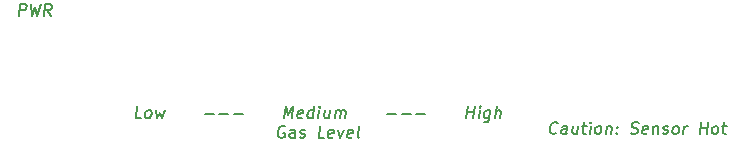
<source format=gto>
G04 #@! TF.GenerationSoftware,KiCad,Pcbnew,5.0.0-rc2*
G04 #@! TF.CreationDate,2019-06-05T02:52:42-04:00*
G04 #@! TF.ProjectId,panelfront,70616E656C66726F6E742E6B69636164,rev?*
G04 #@! TF.SameCoordinates,Original*
G04 #@! TF.FileFunction,Legend,Top*
G04 #@! TF.FilePolarity,Positive*
%FSLAX46Y46*%
G04 Gerber Fmt 4.6, Leading zero omitted, Abs format (unit mm)*
G04 Created by KiCad (PCBNEW 5.0.0-rc2) date Wed Jun  5 02:52:42 2019*
%MOMM*%
%LPD*%
G01*
G04 APERTURE LIST*
%ADD10C,0.152400*%
G04 APERTURE END LIST*
D10*
X72947438Y-93126180D02*
X72471248Y-93126180D01*
X72596248Y-92126180D01*
X73423629Y-93126180D02*
X73334343Y-93078561D01*
X73292677Y-93030942D01*
X73256962Y-92935704D01*
X73292677Y-92649990D01*
X73352200Y-92554752D01*
X73405772Y-92507133D01*
X73506962Y-92459514D01*
X73649819Y-92459514D01*
X73739105Y-92507133D01*
X73780772Y-92554752D01*
X73816486Y-92649990D01*
X73780772Y-92935704D01*
X73721248Y-93030942D01*
X73667677Y-93078561D01*
X73566486Y-93126180D01*
X73423629Y-93126180D01*
X74173629Y-92459514D02*
X74280772Y-93126180D01*
X74530772Y-92649990D01*
X74661724Y-93126180D01*
X74935534Y-92459514D01*
X78328391Y-92745228D02*
X79090296Y-92745228D01*
X79566486Y-92745228D02*
X80328391Y-92745228D01*
X80804581Y-92745228D02*
X81566486Y-92745228D01*
X85042677Y-93126180D02*
X85167677Y-92126180D01*
X85411724Y-92840466D01*
X85834343Y-92126180D01*
X85709343Y-93126180D01*
X86572438Y-93078561D02*
X86471248Y-93126180D01*
X86280772Y-93126180D01*
X86191486Y-93078561D01*
X86155772Y-92983323D01*
X86203391Y-92602371D01*
X86262915Y-92507133D01*
X86364105Y-92459514D01*
X86554581Y-92459514D01*
X86643867Y-92507133D01*
X86679581Y-92602371D01*
X86667677Y-92697609D01*
X86179581Y-92792847D01*
X87471248Y-93126180D02*
X87596248Y-92126180D01*
X87477200Y-93078561D02*
X87376010Y-93126180D01*
X87185534Y-93126180D01*
X87096248Y-93078561D01*
X87054581Y-93030942D01*
X87018867Y-92935704D01*
X87054581Y-92649990D01*
X87114105Y-92554752D01*
X87167677Y-92507133D01*
X87268867Y-92459514D01*
X87459343Y-92459514D01*
X87548629Y-92507133D01*
X87947438Y-93126180D02*
X88030772Y-92459514D01*
X88072438Y-92126180D02*
X88018867Y-92173800D01*
X88060534Y-92221419D01*
X88114105Y-92173800D01*
X88072438Y-92126180D01*
X88060534Y-92221419D01*
X88935534Y-92459514D02*
X88852200Y-93126180D01*
X88506962Y-92459514D02*
X88441486Y-92983323D01*
X88477200Y-93078561D01*
X88566486Y-93126180D01*
X88709343Y-93126180D01*
X88810534Y-93078561D01*
X88864105Y-93030942D01*
X89328391Y-93126180D02*
X89411724Y-92459514D01*
X89399819Y-92554752D02*
X89453391Y-92507133D01*
X89554581Y-92459514D01*
X89697438Y-92459514D01*
X89786724Y-92507133D01*
X89822438Y-92602371D01*
X89756962Y-93126180D01*
X89822438Y-92602371D02*
X89881962Y-92507133D01*
X89983153Y-92459514D01*
X90126010Y-92459514D01*
X90215296Y-92507133D01*
X90251010Y-92602371D01*
X90185534Y-93126180D01*
X93756962Y-92745228D02*
X94518867Y-92745228D01*
X94995057Y-92745228D02*
X95756962Y-92745228D01*
X96233153Y-92745228D02*
X96995057Y-92745228D01*
X100471248Y-93126180D02*
X100596248Y-92126180D01*
X100536724Y-92602371D02*
X101108153Y-92602371D01*
X101042677Y-93126180D02*
X101167677Y-92126180D01*
X101518867Y-93126180D02*
X101602200Y-92459514D01*
X101643867Y-92126180D02*
X101590296Y-92173800D01*
X101631962Y-92221419D01*
X101685534Y-92173800D01*
X101643867Y-92126180D01*
X101631962Y-92221419D01*
X102506962Y-92459514D02*
X102405772Y-93269038D01*
X102346248Y-93364276D01*
X102292677Y-93411895D01*
X102191486Y-93459514D01*
X102048629Y-93459514D01*
X101959343Y-93411895D01*
X102429581Y-93078561D02*
X102328391Y-93126180D01*
X102137915Y-93126180D01*
X102048629Y-93078561D01*
X102006962Y-93030942D01*
X101971248Y-92935704D01*
X102006962Y-92649990D01*
X102066486Y-92554752D01*
X102120057Y-92507133D01*
X102221248Y-92459514D01*
X102411724Y-92459514D01*
X102501010Y-92507133D01*
X102899819Y-93126180D02*
X103024819Y-92126180D01*
X103328391Y-93126180D02*
X103393867Y-92602371D01*
X103358153Y-92507133D01*
X103268867Y-92459514D01*
X103126010Y-92459514D01*
X103024819Y-92507133D01*
X102971248Y-92554752D01*
X85137915Y-93826200D02*
X85048629Y-93778580D01*
X84905772Y-93778580D01*
X84756962Y-93826200D01*
X84649819Y-93921438D01*
X84590296Y-94016676D01*
X84518867Y-94207152D01*
X84501010Y-94350009D01*
X84524819Y-94540485D01*
X84560534Y-94635723D01*
X84643867Y-94730961D01*
X84780772Y-94778580D01*
X84876010Y-94778580D01*
X85024819Y-94730961D01*
X85078391Y-94683342D01*
X85120057Y-94350009D01*
X84929581Y-94350009D01*
X85923629Y-94778580D02*
X85989105Y-94254771D01*
X85953391Y-94159533D01*
X85864105Y-94111914D01*
X85673629Y-94111914D01*
X85572438Y-94159533D01*
X85929581Y-94730961D02*
X85828391Y-94778580D01*
X85590296Y-94778580D01*
X85501010Y-94730961D01*
X85465296Y-94635723D01*
X85477200Y-94540485D01*
X85536724Y-94445247D01*
X85637915Y-94397628D01*
X85876010Y-94397628D01*
X85977200Y-94350009D01*
X86358153Y-94730961D02*
X86447438Y-94778580D01*
X86637915Y-94778580D01*
X86739105Y-94730961D01*
X86798629Y-94635723D01*
X86804581Y-94588104D01*
X86768867Y-94492866D01*
X86679581Y-94445247D01*
X86536724Y-94445247D01*
X86447438Y-94397628D01*
X86411724Y-94302390D01*
X86417677Y-94254771D01*
X86477200Y-94159533D01*
X86578391Y-94111914D01*
X86721248Y-94111914D01*
X86810534Y-94159533D01*
X88447438Y-94778580D02*
X87971248Y-94778580D01*
X88096248Y-93778580D01*
X89167677Y-94730961D02*
X89066486Y-94778580D01*
X88876010Y-94778580D01*
X88786724Y-94730961D01*
X88751010Y-94635723D01*
X88798629Y-94254771D01*
X88858153Y-94159533D01*
X88959343Y-94111914D01*
X89149819Y-94111914D01*
X89239105Y-94159533D01*
X89274819Y-94254771D01*
X89262915Y-94350009D01*
X88774819Y-94445247D01*
X89626010Y-94111914D02*
X89780772Y-94778580D01*
X90102200Y-94111914D01*
X90786724Y-94730961D02*
X90685534Y-94778580D01*
X90495057Y-94778580D01*
X90405772Y-94730961D01*
X90370057Y-94635723D01*
X90417677Y-94254771D01*
X90477200Y-94159533D01*
X90578391Y-94111914D01*
X90768867Y-94111914D01*
X90858153Y-94159533D01*
X90893867Y-94254771D01*
X90881962Y-94350009D01*
X90393867Y-94445247D01*
X91399819Y-94778580D02*
X91310534Y-94730961D01*
X91274819Y-94635723D01*
X91381962Y-93778580D01*
X62566486Y-84452380D02*
X62691486Y-83452380D01*
X63072438Y-83452380D01*
X63161724Y-83500000D01*
X63203391Y-83547619D01*
X63239105Y-83642857D01*
X63221248Y-83785714D01*
X63161724Y-83880952D01*
X63108153Y-83928571D01*
X63006962Y-83976190D01*
X62626010Y-83976190D01*
X63596248Y-83452380D02*
X63709343Y-84452380D01*
X63989105Y-83738095D01*
X64090296Y-84452380D01*
X64453391Y-83452380D01*
X65280772Y-84452380D02*
X65006962Y-83976190D01*
X64709343Y-84452380D02*
X64834343Y-83452380D01*
X65215296Y-83452380D01*
X65304581Y-83500000D01*
X65346248Y-83547619D01*
X65381962Y-83642857D01*
X65364105Y-83785714D01*
X65304581Y-83880952D01*
X65251010Y-83928571D01*
X65149819Y-83976190D01*
X64768867Y-83976190D01*
X108102200Y-94357142D02*
X108048629Y-94404761D01*
X107899819Y-94452380D01*
X107804581Y-94452380D01*
X107667677Y-94404761D01*
X107584343Y-94309523D01*
X107548629Y-94214285D01*
X107524819Y-94023809D01*
X107542677Y-93880952D01*
X107614105Y-93690476D01*
X107673629Y-93595238D01*
X107780772Y-93500000D01*
X107929581Y-93452380D01*
X108024819Y-93452380D01*
X108161724Y-93500000D01*
X108203391Y-93547619D01*
X108947438Y-94452380D02*
X109012915Y-93928571D01*
X108977200Y-93833333D01*
X108887915Y-93785714D01*
X108697438Y-93785714D01*
X108596248Y-93833333D01*
X108953391Y-94404761D02*
X108852200Y-94452380D01*
X108614105Y-94452380D01*
X108524819Y-94404761D01*
X108489105Y-94309523D01*
X108501010Y-94214285D01*
X108560534Y-94119047D01*
X108661724Y-94071428D01*
X108899819Y-94071428D01*
X109001010Y-94023809D01*
X109935534Y-93785714D02*
X109852200Y-94452380D01*
X109506962Y-93785714D02*
X109441486Y-94309523D01*
X109477200Y-94404761D01*
X109566486Y-94452380D01*
X109709343Y-94452380D01*
X109810534Y-94404761D01*
X109864105Y-94357142D01*
X110268867Y-93785714D02*
X110649819Y-93785714D01*
X110453391Y-93452380D02*
X110346248Y-94309523D01*
X110381962Y-94404761D01*
X110471248Y-94452380D01*
X110566486Y-94452380D01*
X110899819Y-94452380D02*
X110983153Y-93785714D01*
X111024819Y-93452380D02*
X110971248Y-93500000D01*
X111012915Y-93547619D01*
X111066486Y-93500000D01*
X111024819Y-93452380D01*
X111012915Y-93547619D01*
X111518867Y-94452380D02*
X111429581Y-94404761D01*
X111387915Y-94357142D01*
X111352200Y-94261904D01*
X111387915Y-93976190D01*
X111447438Y-93880952D01*
X111501010Y-93833333D01*
X111602200Y-93785714D01*
X111745057Y-93785714D01*
X111834343Y-93833333D01*
X111876010Y-93880952D01*
X111911724Y-93976190D01*
X111876010Y-94261904D01*
X111816486Y-94357142D01*
X111762915Y-94404761D01*
X111661724Y-94452380D01*
X111518867Y-94452380D01*
X112364105Y-93785714D02*
X112280772Y-94452380D01*
X112352200Y-93880952D02*
X112405772Y-93833333D01*
X112506962Y-93785714D01*
X112649819Y-93785714D01*
X112739105Y-93833333D01*
X112774819Y-93928571D01*
X112709343Y-94452380D01*
X113197438Y-94357142D02*
X113239105Y-94404761D01*
X113185534Y-94452380D01*
X113143867Y-94404761D01*
X113197438Y-94357142D01*
X113185534Y-94452380D01*
X113262915Y-93833333D02*
X113304581Y-93880952D01*
X113251010Y-93928571D01*
X113209343Y-93880952D01*
X113262915Y-93833333D01*
X113251010Y-93928571D01*
X114381962Y-94404761D02*
X114518867Y-94452380D01*
X114756962Y-94452380D01*
X114858153Y-94404761D01*
X114911724Y-94357142D01*
X114971248Y-94261904D01*
X114983153Y-94166666D01*
X114947438Y-94071428D01*
X114905772Y-94023809D01*
X114816486Y-93976190D01*
X114631962Y-93928571D01*
X114542677Y-93880952D01*
X114501010Y-93833333D01*
X114465296Y-93738095D01*
X114477200Y-93642857D01*
X114536724Y-93547619D01*
X114590296Y-93500000D01*
X114691486Y-93452380D01*
X114929581Y-93452380D01*
X115066486Y-93500000D01*
X115762915Y-94404761D02*
X115661724Y-94452380D01*
X115471248Y-94452380D01*
X115381962Y-94404761D01*
X115346248Y-94309523D01*
X115393867Y-93928571D01*
X115453391Y-93833333D01*
X115554581Y-93785714D01*
X115745057Y-93785714D01*
X115834343Y-93833333D01*
X115870057Y-93928571D01*
X115858153Y-94023809D01*
X115370057Y-94119047D01*
X116316486Y-93785714D02*
X116233153Y-94452380D01*
X116304581Y-93880952D02*
X116358153Y-93833333D01*
X116459343Y-93785714D01*
X116602200Y-93785714D01*
X116691486Y-93833333D01*
X116727200Y-93928571D01*
X116661724Y-94452380D01*
X117096248Y-94404761D02*
X117185534Y-94452380D01*
X117376010Y-94452380D01*
X117477200Y-94404761D01*
X117536724Y-94309523D01*
X117542677Y-94261904D01*
X117506962Y-94166666D01*
X117417677Y-94119047D01*
X117274819Y-94119047D01*
X117185534Y-94071428D01*
X117149819Y-93976190D01*
X117155772Y-93928571D01*
X117215296Y-93833333D01*
X117316486Y-93785714D01*
X117459343Y-93785714D01*
X117548629Y-93833333D01*
X118090296Y-94452380D02*
X118001010Y-94404761D01*
X117959343Y-94357142D01*
X117923629Y-94261904D01*
X117959343Y-93976190D01*
X118018867Y-93880952D01*
X118072438Y-93833333D01*
X118173629Y-93785714D01*
X118316486Y-93785714D01*
X118405772Y-93833333D01*
X118447438Y-93880952D01*
X118483153Y-93976190D01*
X118447438Y-94261904D01*
X118387915Y-94357142D01*
X118334343Y-94404761D01*
X118233153Y-94452380D01*
X118090296Y-94452380D01*
X118852200Y-94452380D02*
X118935534Y-93785714D01*
X118911724Y-93976190D02*
X118971248Y-93880952D01*
X119024819Y-93833333D01*
X119126010Y-93785714D01*
X119221248Y-93785714D01*
X120233153Y-94452380D02*
X120358153Y-93452380D01*
X120298629Y-93928571D02*
X120870057Y-93928571D01*
X120804581Y-94452380D02*
X120929581Y-93452380D01*
X121423629Y-94452380D02*
X121334343Y-94404761D01*
X121292677Y-94357142D01*
X121256962Y-94261904D01*
X121292677Y-93976190D01*
X121352200Y-93880952D01*
X121405772Y-93833333D01*
X121506962Y-93785714D01*
X121649819Y-93785714D01*
X121739105Y-93833333D01*
X121780772Y-93880952D01*
X121816486Y-93976190D01*
X121780772Y-94261904D01*
X121721248Y-94357142D01*
X121667677Y-94404761D01*
X121566486Y-94452380D01*
X121423629Y-94452380D01*
X122126010Y-93785714D02*
X122506962Y-93785714D01*
X122310534Y-93452380D02*
X122203391Y-94309523D01*
X122239105Y-94404761D01*
X122328391Y-94452380D01*
X122423629Y-94452380D01*
M02*

</source>
